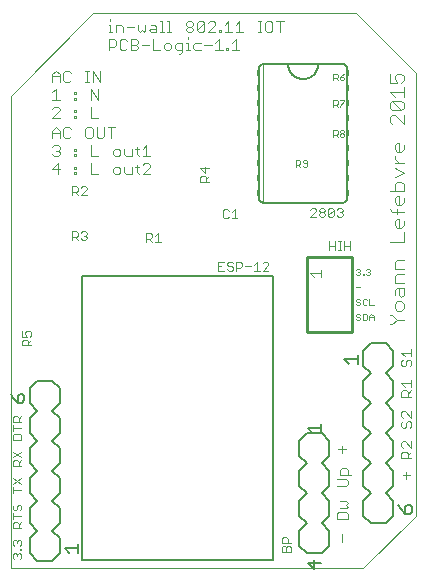
<source format=gto>
G75*
%MOIN*%
%OFA0B0*%
%FSLAX25Y25*%
%IPPOS*%
%LPD*%
%AMOC8*
5,1,8,0,0,1.08239X$1,22.5*
%
%ADD10C,0.00000*%
%ADD11C,0.00300*%
%ADD12C,0.00400*%
%ADD13C,0.00200*%
%ADD14C,0.00600*%
%ADD15C,0.00500*%
%ADD16R,0.00500X0.02000*%
%ADD17C,0.01000*%
D10*
X0002817Y0003271D02*
X0002817Y0160771D01*
X0030317Y0188271D01*
X0117817Y0188271D01*
X0137817Y0168271D01*
X0137817Y0020771D01*
X0120317Y0003271D01*
X0002817Y0003271D01*
D11*
X0003998Y0006367D02*
X0003514Y0006851D01*
X0003514Y0007818D01*
X0003998Y0008302D01*
X0004482Y0008302D01*
X0004965Y0007818D01*
X0005449Y0008302D01*
X0005933Y0008302D01*
X0006417Y0007818D01*
X0006417Y0006851D01*
X0005933Y0006367D01*
X0004965Y0007335D02*
X0004965Y0007818D01*
X0005933Y0009314D02*
X0005933Y0009797D01*
X0006417Y0009797D01*
X0006417Y0009314D01*
X0005933Y0009314D01*
X0005933Y0010787D02*
X0006417Y0011271D01*
X0006417Y0012238D01*
X0005933Y0012722D01*
X0005449Y0012722D01*
X0004965Y0012238D01*
X0004965Y0011754D01*
X0004965Y0012238D02*
X0004482Y0012722D01*
X0003998Y0012722D01*
X0003514Y0012238D01*
X0003514Y0011271D01*
X0003998Y0010787D01*
X0003514Y0016680D02*
X0003514Y0018131D01*
X0003998Y0018615D01*
X0004965Y0018615D01*
X0005449Y0018131D01*
X0005449Y0016680D01*
X0005449Y0017647D02*
X0006417Y0018615D01*
X0006417Y0016680D02*
X0003514Y0016680D01*
X0003514Y0019626D02*
X0003514Y0021561D01*
X0003514Y0020594D02*
X0006417Y0020594D01*
X0005933Y0022573D02*
X0006417Y0023057D01*
X0006417Y0024024D01*
X0005933Y0024508D01*
X0005449Y0024508D01*
X0004965Y0024024D01*
X0004965Y0023057D01*
X0004482Y0022573D01*
X0003998Y0022573D01*
X0003514Y0023057D01*
X0003514Y0024024D01*
X0003998Y0024508D01*
X0003514Y0028466D02*
X0003514Y0030401D01*
X0003514Y0029433D02*
X0006417Y0029433D01*
X0006417Y0031412D02*
X0003514Y0033347D01*
X0003514Y0031412D02*
X0006417Y0033347D01*
X0006417Y0037306D02*
X0003514Y0037306D01*
X0003514Y0038757D01*
X0003998Y0039241D01*
X0004965Y0039241D01*
X0005449Y0038757D01*
X0005449Y0037306D01*
X0005449Y0038273D02*
X0006417Y0039241D01*
X0006417Y0040252D02*
X0003514Y0042187D01*
X0003514Y0040252D02*
X0006417Y0042187D01*
X0006417Y0046145D02*
X0003514Y0046145D01*
X0003514Y0047596D01*
X0003998Y0048080D01*
X0005933Y0048080D01*
X0006417Y0047596D01*
X0006417Y0046145D01*
X0006417Y0050059D02*
X0003514Y0050059D01*
X0003514Y0049092D02*
X0003514Y0051027D01*
X0003514Y0052038D02*
X0003514Y0053489D01*
X0003998Y0053973D01*
X0004965Y0053973D01*
X0005449Y0053489D01*
X0005449Y0052038D01*
X0005449Y0053006D02*
X0006417Y0053973D01*
X0006417Y0052038D02*
X0003514Y0052038D01*
X0006714Y0077528D02*
X0006714Y0078979D01*
X0007198Y0079463D01*
X0008165Y0079463D01*
X0008649Y0078979D01*
X0008649Y0077528D01*
X0008649Y0078495D02*
X0009617Y0079463D01*
X0009133Y0080474D02*
X0009617Y0080958D01*
X0009617Y0081925D01*
X0009133Y0082409D01*
X0008165Y0082409D01*
X0007682Y0081925D01*
X0007682Y0081442D01*
X0008165Y0080474D01*
X0006714Y0080474D01*
X0006714Y0082409D01*
X0006714Y0077528D02*
X0009617Y0077528D01*
X0023324Y0112721D02*
X0023324Y0115623D01*
X0024775Y0115623D01*
X0025259Y0115139D01*
X0025259Y0114172D01*
X0024775Y0113688D01*
X0023324Y0113688D01*
X0024291Y0113688D02*
X0025259Y0112721D01*
X0026270Y0113204D02*
X0026754Y0112721D01*
X0027721Y0112721D01*
X0028205Y0113204D01*
X0028205Y0113688D01*
X0027721Y0114172D01*
X0027238Y0114172D01*
X0027721Y0114172D02*
X0028205Y0114656D01*
X0028205Y0115139D01*
X0027721Y0115623D01*
X0026754Y0115623D01*
X0026270Y0115139D01*
X0026270Y0127721D02*
X0028205Y0129656D01*
X0028205Y0130139D01*
X0027721Y0130623D01*
X0026754Y0130623D01*
X0026270Y0130139D01*
X0025259Y0130139D02*
X0025259Y0129172D01*
X0024775Y0128688D01*
X0023324Y0128688D01*
X0024291Y0128688D02*
X0025259Y0127721D01*
X0026270Y0127721D02*
X0028205Y0127721D01*
X0025259Y0130139D02*
X0024775Y0130623D01*
X0023324Y0130623D01*
X0023324Y0127721D01*
X0024083Y0134671D02*
X0024083Y0135288D01*
X0024700Y0135288D01*
X0024700Y0134671D01*
X0024083Y0134671D01*
X0024083Y0136522D02*
X0024083Y0137139D01*
X0024700Y0137139D01*
X0024700Y0136522D01*
X0024083Y0136522D01*
X0024083Y0140671D02*
X0024083Y0141288D01*
X0024700Y0141288D01*
X0024700Y0140671D01*
X0024083Y0140671D01*
X0024083Y0142522D02*
X0024083Y0143139D01*
X0024700Y0143139D01*
X0024700Y0142522D01*
X0024083Y0142522D01*
X0022251Y0146671D02*
X0021017Y0146671D01*
X0020400Y0147288D01*
X0020400Y0149757D01*
X0021017Y0150374D01*
X0022251Y0150374D01*
X0022869Y0149757D01*
X0022869Y0147288D02*
X0022251Y0146671D01*
X0019185Y0146671D02*
X0019185Y0149139D01*
X0017951Y0150374D01*
X0016717Y0149139D01*
X0016717Y0146671D01*
X0016717Y0148522D02*
X0019185Y0148522D01*
X0018568Y0144374D02*
X0019185Y0143757D01*
X0019185Y0143139D01*
X0018568Y0142522D01*
X0019185Y0141905D01*
X0019185Y0141288D01*
X0018568Y0140671D01*
X0017334Y0140671D01*
X0016717Y0141288D01*
X0017951Y0142522D02*
X0018568Y0142522D01*
X0018568Y0144374D02*
X0017334Y0144374D01*
X0016717Y0143757D01*
X0018568Y0138374D02*
X0016717Y0136522D01*
X0019185Y0136522D01*
X0018568Y0134671D02*
X0018568Y0138374D01*
X0027766Y0147288D02*
X0028383Y0146671D01*
X0029618Y0146671D01*
X0030235Y0147288D01*
X0030235Y0149757D01*
X0029618Y0150374D01*
X0028383Y0150374D01*
X0027766Y0149757D01*
X0027766Y0147288D01*
X0029608Y0144374D02*
X0029608Y0140671D01*
X0032076Y0140671D01*
X0029608Y0138374D02*
X0029608Y0134671D01*
X0032076Y0134671D01*
X0036974Y0135288D02*
X0037591Y0134671D01*
X0038826Y0134671D01*
X0039443Y0135288D01*
X0039443Y0136522D01*
X0038826Y0137139D01*
X0037591Y0137139D01*
X0036974Y0136522D01*
X0036974Y0135288D01*
X0037591Y0140671D02*
X0036974Y0141288D01*
X0036974Y0142522D01*
X0037591Y0143139D01*
X0038826Y0143139D01*
X0039443Y0142522D01*
X0039443Y0141288D01*
X0038826Y0140671D01*
X0037591Y0140671D01*
X0040657Y0141288D02*
X0041274Y0140671D01*
X0043126Y0140671D01*
X0043126Y0143139D01*
X0044340Y0143139D02*
X0045575Y0143139D01*
X0044957Y0143757D02*
X0044957Y0141288D01*
X0045575Y0140671D01*
X0046796Y0140671D02*
X0049264Y0140671D01*
X0048030Y0140671D02*
X0048030Y0144374D01*
X0046796Y0143139D01*
X0047413Y0138374D02*
X0046796Y0137757D01*
X0047413Y0138374D02*
X0048647Y0138374D01*
X0049264Y0137757D01*
X0049264Y0137139D01*
X0046796Y0134671D01*
X0049264Y0134671D01*
X0045575Y0134671D02*
X0044957Y0135288D01*
X0044957Y0137757D01*
X0044340Y0137139D02*
X0045575Y0137139D01*
X0043126Y0137139D02*
X0043126Y0134671D01*
X0041274Y0134671D01*
X0040657Y0135288D01*
X0040657Y0137139D01*
X0040657Y0141288D02*
X0040657Y0143139D01*
X0036367Y0146671D02*
X0036367Y0150374D01*
X0037601Y0150374D02*
X0035132Y0150374D01*
X0033918Y0150374D02*
X0033918Y0147288D01*
X0033301Y0146671D01*
X0032066Y0146671D01*
X0031449Y0147288D01*
X0031449Y0150374D01*
X0032076Y0153421D02*
X0029608Y0153421D01*
X0029608Y0157124D01*
X0029608Y0159421D02*
X0029608Y0163124D01*
X0032076Y0159421D01*
X0032076Y0163124D01*
X0032690Y0165421D02*
X0032690Y0169124D01*
X0030222Y0169124D02*
X0030222Y0165421D01*
X0029000Y0165421D02*
X0027766Y0165421D01*
X0028383Y0165421D02*
X0028383Y0169124D01*
X0027766Y0169124D02*
X0029000Y0169124D01*
X0030222Y0169124D02*
X0032690Y0165421D01*
X0024700Y0161889D02*
X0024700Y0161272D01*
X0024083Y0161272D01*
X0024083Y0161889D01*
X0024700Y0161889D01*
X0024700Y0160038D02*
X0024700Y0159421D01*
X0024083Y0159421D01*
X0024083Y0160038D01*
X0024700Y0160038D01*
X0024700Y0155889D02*
X0024700Y0155272D01*
X0024083Y0155272D01*
X0024083Y0155889D01*
X0024700Y0155889D01*
X0024700Y0154038D02*
X0024700Y0153421D01*
X0024083Y0153421D01*
X0024083Y0154038D01*
X0024700Y0154038D01*
X0019185Y0153421D02*
X0016717Y0153421D01*
X0019185Y0155889D01*
X0019185Y0156507D01*
X0018568Y0157124D01*
X0017334Y0157124D01*
X0016717Y0156507D01*
X0016717Y0159421D02*
X0019185Y0159421D01*
X0017951Y0159421D02*
X0017951Y0163124D01*
X0016717Y0161889D01*
X0016717Y0165421D02*
X0016717Y0167889D01*
X0017951Y0169124D01*
X0019185Y0167889D01*
X0019185Y0165421D01*
X0020400Y0166038D02*
X0020400Y0168507D01*
X0021017Y0169124D01*
X0022251Y0169124D01*
X0022869Y0168507D01*
X0022869Y0166038D02*
X0022251Y0165421D01*
X0021017Y0165421D01*
X0020400Y0166038D01*
X0019185Y0167272D02*
X0016717Y0167272D01*
X0035467Y0175921D02*
X0035467Y0179624D01*
X0037318Y0179624D01*
X0037935Y0179007D01*
X0037935Y0177772D01*
X0037318Y0177155D01*
X0035467Y0177155D01*
X0039150Y0176538D02*
X0039767Y0175921D01*
X0041001Y0175921D01*
X0041619Y0176538D01*
X0042833Y0175921D02*
X0042833Y0179624D01*
X0044685Y0179624D01*
X0045302Y0179007D01*
X0045302Y0178389D01*
X0044685Y0177772D01*
X0042833Y0177772D01*
X0041619Y0179007D02*
X0041001Y0179624D01*
X0039767Y0179624D01*
X0039150Y0179007D01*
X0039150Y0176538D01*
X0042833Y0175921D02*
X0044685Y0175921D01*
X0045302Y0176538D01*
X0045302Y0177155D01*
X0044685Y0177772D01*
X0046516Y0177772D02*
X0048985Y0177772D01*
X0050199Y0175921D02*
X0052668Y0175921D01*
X0053882Y0176538D02*
X0054500Y0175921D01*
X0055734Y0175921D01*
X0056351Y0176538D01*
X0056351Y0177772D01*
X0055734Y0178389D01*
X0054500Y0178389D01*
X0053882Y0177772D01*
X0053882Y0176538D01*
X0050199Y0175921D02*
X0050199Y0179624D01*
X0049589Y0181921D02*
X0048972Y0182538D01*
X0049589Y0183155D01*
X0051440Y0183155D01*
X0051440Y0183772D02*
X0051440Y0181921D01*
X0049589Y0181921D01*
X0047757Y0182538D02*
X0047757Y0184389D01*
X0049589Y0184389D02*
X0050823Y0184389D01*
X0051440Y0183772D01*
X0052655Y0181921D02*
X0053889Y0181921D01*
X0053272Y0181921D02*
X0053272Y0185624D01*
X0052655Y0185624D01*
X0055110Y0185624D02*
X0055727Y0185624D01*
X0055727Y0181921D01*
X0055110Y0181921D02*
X0056344Y0181921D01*
X0058183Y0178389D02*
X0057566Y0177772D01*
X0057566Y0176538D01*
X0058183Y0175921D01*
X0060034Y0175921D01*
X0060034Y0175303D02*
X0060034Y0178389D01*
X0058183Y0178389D01*
X0061249Y0178389D02*
X0061866Y0178389D01*
X0061866Y0175921D01*
X0061249Y0175921D02*
X0062483Y0175921D01*
X0063704Y0176538D02*
X0064321Y0175921D01*
X0066173Y0175921D01*
X0067387Y0177772D02*
X0069856Y0177772D01*
X0071070Y0178389D02*
X0072305Y0179624D01*
X0072305Y0175921D01*
X0073539Y0175921D02*
X0071070Y0175921D01*
X0074754Y0175921D02*
X0075371Y0175921D01*
X0075371Y0176538D01*
X0074754Y0176538D01*
X0074754Y0175921D01*
X0076595Y0175921D02*
X0079064Y0175921D01*
X0077829Y0175921D02*
X0077829Y0179624D01*
X0076595Y0178389D01*
X0076608Y0181921D02*
X0074140Y0181921D01*
X0072915Y0181921D02*
X0072298Y0181921D01*
X0072298Y0182538D01*
X0072915Y0182538D01*
X0072915Y0181921D01*
X0071084Y0181921D02*
X0068615Y0181921D01*
X0071084Y0184389D01*
X0071084Y0185007D01*
X0070467Y0185624D01*
X0069232Y0185624D01*
X0068615Y0185007D01*
X0067401Y0185007D02*
X0067401Y0182538D01*
X0066783Y0181921D01*
X0065549Y0181921D01*
X0064932Y0182538D01*
X0067401Y0185007D01*
X0066783Y0185624D01*
X0065549Y0185624D01*
X0064932Y0185007D01*
X0064932Y0182538D01*
X0063717Y0182538D02*
X0063100Y0181921D01*
X0061866Y0181921D01*
X0061249Y0182538D01*
X0061249Y0183155D01*
X0061866Y0183772D01*
X0063100Y0183772D01*
X0063717Y0183155D01*
X0063717Y0182538D01*
X0063100Y0183772D02*
X0063717Y0184389D01*
X0063717Y0185007D01*
X0063100Y0185624D01*
X0061866Y0185624D01*
X0061249Y0185007D01*
X0061249Y0184389D01*
X0061866Y0183772D01*
X0061866Y0180241D02*
X0061866Y0179624D01*
X0063704Y0177772D02*
X0063704Y0176538D01*
X0063704Y0177772D02*
X0064321Y0178389D01*
X0066173Y0178389D01*
X0060034Y0175303D02*
X0059417Y0174686D01*
X0058800Y0174686D01*
X0047757Y0182538D02*
X0047140Y0181921D01*
X0046523Y0182538D01*
X0045906Y0181921D01*
X0045288Y0182538D01*
X0045288Y0184389D01*
X0044074Y0183772D02*
X0041605Y0183772D01*
X0040391Y0183772D02*
X0040391Y0181921D01*
X0040391Y0183772D02*
X0039774Y0184389D01*
X0037922Y0184389D01*
X0037922Y0181921D01*
X0036701Y0181921D02*
X0035467Y0181921D01*
X0036084Y0181921D02*
X0036084Y0184389D01*
X0035467Y0184389D01*
X0036084Y0185624D02*
X0036084Y0186241D01*
X0067465Y0137052D02*
X0067465Y0135117D01*
X0066014Y0136568D01*
X0068917Y0136568D01*
X0068917Y0134106D02*
X0067949Y0133138D01*
X0067949Y0133622D02*
X0067949Y0132171D01*
X0068917Y0132171D02*
X0066014Y0132171D01*
X0066014Y0133622D01*
X0066498Y0134106D01*
X0067465Y0134106D01*
X0067949Y0133622D01*
X0074025Y0122896D02*
X0073541Y0122412D01*
X0073541Y0120477D01*
X0074025Y0119994D01*
X0074992Y0119994D01*
X0075476Y0120477D01*
X0076487Y0119994D02*
X0078422Y0119994D01*
X0077455Y0119994D02*
X0077455Y0122896D01*
X0076487Y0121929D01*
X0075476Y0122412D02*
X0074992Y0122896D01*
X0074025Y0122896D01*
X0074026Y0105388D02*
X0072091Y0105388D01*
X0072091Y0102486D01*
X0074026Y0102486D01*
X0075037Y0102969D02*
X0075521Y0102486D01*
X0076488Y0102486D01*
X0076972Y0102969D01*
X0076972Y0103453D01*
X0076488Y0103937D01*
X0075521Y0103937D01*
X0075037Y0104421D01*
X0075037Y0104904D01*
X0075521Y0105388D01*
X0076488Y0105388D01*
X0076972Y0104904D01*
X0077984Y0105388D02*
X0079435Y0105388D01*
X0079919Y0104904D01*
X0079919Y0103937D01*
X0079435Y0103453D01*
X0077984Y0103453D01*
X0077984Y0102486D02*
X0077984Y0105388D01*
X0080930Y0103937D02*
X0082865Y0103937D01*
X0083877Y0104421D02*
X0084844Y0105388D01*
X0084844Y0102486D01*
X0083877Y0102486D02*
X0085812Y0102486D01*
X0086823Y0102486D02*
X0088758Y0104421D01*
X0088758Y0104904D01*
X0088274Y0105388D01*
X0087307Y0105388D01*
X0086823Y0104904D01*
X0086823Y0102486D02*
X0088758Y0102486D01*
X0102713Y0101563D02*
X0106417Y0101563D01*
X0106417Y0100329D02*
X0106417Y0102798D01*
X0103948Y0100329D02*
X0102713Y0101563D01*
X0109038Y0109321D02*
X0109038Y0112223D01*
X0109038Y0110772D02*
X0110973Y0110772D01*
X0110973Y0112223D02*
X0110973Y0109321D01*
X0111984Y0109321D02*
X0112952Y0109321D01*
X0112468Y0109321D02*
X0112468Y0112223D01*
X0111984Y0112223D02*
X0112952Y0112223D01*
X0113949Y0112223D02*
X0113949Y0109321D01*
X0113949Y0110772D02*
X0115884Y0110772D01*
X0115884Y0112223D02*
X0115884Y0109321D01*
X0113007Y0120421D02*
X0112040Y0120421D01*
X0111556Y0120904D01*
X0110545Y0120904D02*
X0110061Y0120421D01*
X0109093Y0120421D01*
X0108610Y0120904D01*
X0110545Y0122839D01*
X0110545Y0120904D01*
X0110545Y0122839D02*
X0110061Y0123323D01*
X0109093Y0123323D01*
X0108610Y0122839D01*
X0108610Y0120904D01*
X0107598Y0120904D02*
X0107114Y0120421D01*
X0106147Y0120421D01*
X0105663Y0120904D01*
X0105663Y0121388D01*
X0106147Y0121872D01*
X0107114Y0121872D01*
X0107598Y0121388D01*
X0107598Y0120904D01*
X0107114Y0121872D02*
X0107598Y0122356D01*
X0107598Y0122839D01*
X0107114Y0123323D01*
X0106147Y0123323D01*
X0105663Y0122839D01*
X0105663Y0122356D01*
X0106147Y0121872D01*
X0104652Y0122356D02*
X0104652Y0122839D01*
X0104168Y0123323D01*
X0103200Y0123323D01*
X0102717Y0122839D01*
X0104652Y0122356D02*
X0102717Y0120421D01*
X0104652Y0120421D01*
X0111556Y0122839D02*
X0112040Y0123323D01*
X0113007Y0123323D01*
X0113491Y0122839D01*
X0113491Y0122356D01*
X0113007Y0121872D01*
X0113491Y0121388D01*
X0113491Y0120904D01*
X0113007Y0120421D01*
X0113007Y0121872D02*
X0112524Y0121872D01*
X0136417Y0076229D02*
X0136417Y0073960D01*
X0136417Y0075095D02*
X0133014Y0075095D01*
X0134148Y0073960D01*
X0133581Y0072822D02*
X0133014Y0072255D01*
X0133014Y0071121D01*
X0133581Y0070553D01*
X0134148Y0070553D01*
X0134715Y0071121D01*
X0134715Y0072255D01*
X0135282Y0072822D01*
X0135850Y0072822D01*
X0136417Y0072255D01*
X0136417Y0071121D01*
X0135850Y0070553D01*
X0136417Y0066008D02*
X0136417Y0063740D01*
X0136417Y0064874D02*
X0133014Y0064874D01*
X0134148Y0063740D01*
X0133581Y0062601D02*
X0134715Y0062601D01*
X0135282Y0062034D01*
X0135282Y0060333D01*
X0135282Y0061467D02*
X0136417Y0062601D01*
X0136417Y0060333D02*
X0133014Y0060333D01*
X0133014Y0062034D01*
X0133581Y0062601D01*
X0133581Y0055787D02*
X0133014Y0055220D01*
X0133014Y0054086D01*
X0133581Y0053519D01*
X0133581Y0052381D02*
X0133014Y0051813D01*
X0133014Y0050679D01*
X0133581Y0050112D01*
X0134148Y0050112D01*
X0134715Y0050679D01*
X0134715Y0051813D01*
X0135282Y0052381D01*
X0135850Y0052381D01*
X0136417Y0051813D01*
X0136417Y0050679D01*
X0135850Y0050112D01*
X0136417Y0053519D02*
X0134148Y0055787D01*
X0133581Y0055787D01*
X0136417Y0055787D02*
X0136417Y0053519D01*
X0136417Y0045567D02*
X0136417Y0043298D01*
X0134148Y0045567D01*
X0133581Y0045567D01*
X0133014Y0045000D01*
X0133014Y0043865D01*
X0133581Y0043298D01*
X0133581Y0042160D02*
X0134715Y0042160D01*
X0135282Y0041593D01*
X0135282Y0039891D01*
X0135282Y0041026D02*
X0136417Y0042160D01*
X0136417Y0039891D02*
X0133014Y0039891D01*
X0133014Y0041593D01*
X0133581Y0042160D01*
X0134715Y0035346D02*
X0134715Y0033077D01*
X0133581Y0034212D02*
X0135850Y0034212D01*
X0116401Y0034269D02*
X0112698Y0034269D01*
X0112698Y0036121D01*
X0113315Y0036738D01*
X0114549Y0036738D01*
X0115167Y0036121D01*
X0115167Y0034269D01*
X0114549Y0033055D02*
X0111463Y0033055D01*
X0111463Y0030586D02*
X0114549Y0030586D01*
X0115167Y0031203D01*
X0115167Y0032438D01*
X0114549Y0033055D01*
X0114549Y0025689D02*
X0112698Y0025689D01*
X0114549Y0025689D02*
X0115167Y0025072D01*
X0114549Y0024454D01*
X0115167Y0023837D01*
X0114549Y0023220D01*
X0112698Y0023220D01*
X0112081Y0022006D02*
X0111463Y0021388D01*
X0111463Y0019537D01*
X0115167Y0019537D01*
X0115167Y0021388D01*
X0114549Y0022006D01*
X0112081Y0022006D01*
X0113315Y0014639D02*
X0113315Y0012171D01*
X0096117Y0011724D02*
X0093214Y0011724D01*
X0093214Y0013175D01*
X0093698Y0013659D01*
X0094665Y0013659D01*
X0095149Y0013175D01*
X0095149Y0011724D01*
X0095149Y0010713D02*
X0095633Y0010713D01*
X0096117Y0010229D01*
X0096117Y0008778D01*
X0093214Y0008778D01*
X0093214Y0010229D01*
X0093698Y0010713D01*
X0094182Y0010713D01*
X0094665Y0010229D01*
X0094665Y0008778D01*
X0094665Y0010229D02*
X0095149Y0010713D01*
X0113315Y0041636D02*
X0113315Y0044105D01*
X0112081Y0042870D02*
X0114549Y0042870D01*
X0073058Y0103937D02*
X0072091Y0103937D01*
X0052848Y0112171D02*
X0050913Y0112171D01*
X0051881Y0112171D02*
X0051881Y0115073D01*
X0050913Y0114106D01*
X0049902Y0114589D02*
X0049902Y0113622D01*
X0049418Y0113138D01*
X0047967Y0113138D01*
X0048934Y0113138D02*
X0049902Y0112171D01*
X0047967Y0112171D02*
X0047967Y0115073D01*
X0049418Y0115073D01*
X0049902Y0114589D01*
X0075374Y0181921D02*
X0075374Y0185624D01*
X0074140Y0184389D01*
X0077823Y0184389D02*
X0079057Y0185624D01*
X0079057Y0181921D01*
X0077823Y0181921D02*
X0080292Y0181921D01*
X0085189Y0181921D02*
X0086423Y0181921D01*
X0085806Y0181921D02*
X0085806Y0185624D01*
X0085189Y0185624D02*
X0086423Y0185624D01*
X0087645Y0185007D02*
X0087645Y0182538D01*
X0088262Y0181921D01*
X0089496Y0181921D01*
X0090113Y0182538D01*
X0090113Y0185007D01*
X0089496Y0185624D01*
X0088262Y0185624D01*
X0087645Y0185007D01*
X0091328Y0185624D02*
X0093796Y0185624D01*
X0092562Y0185624D02*
X0092562Y0181921D01*
D12*
X0129263Y0168186D02*
X0129263Y0165116D01*
X0131565Y0165116D01*
X0130797Y0166651D01*
X0130797Y0167418D01*
X0131565Y0168186D01*
X0133099Y0168186D01*
X0133867Y0167418D01*
X0133867Y0165884D01*
X0133099Y0165116D01*
X0133867Y0163582D02*
X0133867Y0160513D01*
X0133867Y0162047D02*
X0129263Y0162047D01*
X0130797Y0160513D01*
X0130030Y0158978D02*
X0133099Y0155909D01*
X0133867Y0156676D01*
X0133867Y0158211D01*
X0133099Y0158978D01*
X0130030Y0158978D01*
X0129263Y0158211D01*
X0129263Y0156676D01*
X0130030Y0155909D01*
X0133099Y0155909D01*
X0133867Y0154374D02*
X0133867Y0151305D01*
X0130797Y0154374D01*
X0130030Y0154374D01*
X0129263Y0153607D01*
X0129263Y0152072D01*
X0130030Y0151305D01*
X0131565Y0145166D02*
X0132332Y0145166D01*
X0132332Y0142097D01*
X0133099Y0142097D02*
X0131565Y0142097D01*
X0130797Y0142864D01*
X0130797Y0144399D01*
X0131565Y0145166D01*
X0133867Y0142864D02*
X0133099Y0142097D01*
X0133867Y0142864D02*
X0133867Y0144399D01*
X0130797Y0140562D02*
X0130797Y0139795D01*
X0132332Y0138260D01*
X0133867Y0138260D02*
X0130797Y0138260D01*
X0130797Y0136726D02*
X0133867Y0135191D01*
X0130797Y0133656D01*
X0131565Y0132122D02*
X0130797Y0131354D01*
X0130797Y0129052D01*
X0129263Y0129052D02*
X0133867Y0129052D01*
X0133867Y0131354D01*
X0133099Y0132122D01*
X0131565Y0132122D01*
X0131565Y0127518D02*
X0132332Y0127518D01*
X0132332Y0124448D01*
X0133099Y0124448D02*
X0131565Y0124448D01*
X0130797Y0125216D01*
X0130797Y0126750D01*
X0131565Y0127518D01*
X0133867Y0125216D02*
X0133099Y0124448D01*
X0133867Y0125216D02*
X0133867Y0126750D01*
X0131565Y0122914D02*
X0131565Y0121379D01*
X0131565Y0119845D02*
X0132332Y0119845D01*
X0132332Y0116775D01*
X0133099Y0116775D02*
X0131565Y0116775D01*
X0130797Y0117543D01*
X0130797Y0119077D01*
X0131565Y0119845D01*
X0130030Y0122147D02*
X0129263Y0122914D01*
X0130030Y0122147D02*
X0133867Y0122147D01*
X0133867Y0119077D02*
X0133867Y0117543D01*
X0133099Y0116775D01*
X0133867Y0115241D02*
X0133867Y0112171D01*
X0129263Y0112171D01*
X0131565Y0106033D02*
X0133867Y0106033D01*
X0133867Y0102963D02*
X0130797Y0102963D01*
X0130797Y0105265D01*
X0131565Y0106033D01*
X0131565Y0101429D02*
X0133867Y0101429D01*
X0133867Y0098360D02*
X0130797Y0098360D01*
X0130797Y0100662D01*
X0131565Y0101429D01*
X0131565Y0096825D02*
X0133867Y0096825D01*
X0133867Y0094523D01*
X0133099Y0093756D01*
X0132332Y0094523D01*
X0132332Y0096825D01*
X0131565Y0096825D02*
X0130797Y0096058D01*
X0130797Y0094523D01*
X0131565Y0092221D02*
X0130797Y0091454D01*
X0130797Y0089919D01*
X0131565Y0089152D01*
X0133099Y0089152D01*
X0133867Y0089919D01*
X0133867Y0091454D01*
X0133099Y0092221D01*
X0131565Y0092221D01*
X0130030Y0087617D02*
X0129263Y0087617D01*
X0130030Y0087617D02*
X0131565Y0086082D01*
X0133867Y0086082D01*
X0131565Y0086082D02*
X0130030Y0084548D01*
X0129263Y0084548D01*
D13*
X0123804Y0085871D02*
X0123804Y0087338D01*
X0123070Y0088072D01*
X0122336Y0087338D01*
X0122336Y0085871D01*
X0121594Y0086238D02*
X0121594Y0087705D01*
X0121227Y0088072D01*
X0120127Y0088072D01*
X0120127Y0085871D01*
X0121227Y0085871D01*
X0121594Y0086238D01*
X0122336Y0086972D02*
X0123804Y0086972D01*
X0123804Y0090871D02*
X0122336Y0090871D01*
X0122336Y0093072D01*
X0121594Y0092705D02*
X0121227Y0093072D01*
X0120494Y0093072D01*
X0120127Y0092705D01*
X0120127Y0091238D01*
X0120494Y0090871D01*
X0121227Y0090871D01*
X0121594Y0091238D01*
X0119385Y0091238D02*
X0119018Y0090871D01*
X0118284Y0090871D01*
X0117917Y0091238D01*
X0118284Y0091972D02*
X0117917Y0092338D01*
X0117917Y0092705D01*
X0118284Y0093072D01*
X0119018Y0093072D01*
X0119385Y0092705D01*
X0119018Y0091972D02*
X0119385Y0091605D01*
X0119385Y0091238D01*
X0119018Y0091972D02*
X0118284Y0091972D01*
X0118284Y0088072D02*
X0117917Y0087705D01*
X0117917Y0087338D01*
X0118284Y0086972D01*
X0119018Y0086972D01*
X0119385Y0086605D01*
X0119385Y0086238D01*
X0119018Y0085871D01*
X0118284Y0085871D01*
X0117917Y0086238D01*
X0118284Y0088072D02*
X0119018Y0088072D01*
X0119385Y0087705D01*
X0119385Y0096972D02*
X0117917Y0096972D01*
X0118284Y0100871D02*
X0117917Y0101238D01*
X0118284Y0100871D02*
X0119018Y0100871D01*
X0119385Y0101238D01*
X0119385Y0101605D01*
X0119018Y0101972D01*
X0118651Y0101972D01*
X0119018Y0101972D02*
X0119385Y0102338D01*
X0119385Y0102705D01*
X0119018Y0103072D01*
X0118284Y0103072D01*
X0117917Y0102705D01*
X0120127Y0101238D02*
X0120494Y0101238D01*
X0120494Y0100871D01*
X0120127Y0100871D01*
X0120127Y0101238D01*
X0121231Y0101238D02*
X0121598Y0100871D01*
X0122332Y0100871D01*
X0122699Y0101238D01*
X0122699Y0101605D01*
X0122332Y0101972D01*
X0121965Y0101972D01*
X0122332Y0101972D02*
X0122699Y0102338D01*
X0122699Y0102705D01*
X0122332Y0103072D01*
X0121598Y0103072D01*
X0121231Y0102705D01*
X0101227Y0137121D02*
X0101594Y0137488D01*
X0101594Y0138955D01*
X0101227Y0139322D01*
X0100494Y0139322D01*
X0100127Y0138955D01*
X0100127Y0138588D01*
X0100494Y0138222D01*
X0101594Y0138222D01*
X0101227Y0137121D02*
X0100494Y0137121D01*
X0100127Y0137488D01*
X0099385Y0137121D02*
X0098651Y0137855D01*
X0099018Y0137855D02*
X0097917Y0137855D01*
X0097917Y0137121D02*
X0097917Y0139322D01*
X0099018Y0139322D01*
X0099385Y0138955D01*
X0099385Y0138222D01*
X0099018Y0137855D01*
X0110417Y0147121D02*
X0110417Y0149322D01*
X0111518Y0149322D01*
X0111885Y0148955D01*
X0111885Y0148222D01*
X0111518Y0147855D01*
X0110417Y0147855D01*
X0111151Y0147855D02*
X0111885Y0147121D01*
X0112627Y0147488D02*
X0112627Y0147855D01*
X0112994Y0148222D01*
X0113727Y0148222D01*
X0114094Y0147855D01*
X0114094Y0147488D01*
X0113727Y0147121D01*
X0112994Y0147121D01*
X0112627Y0147488D01*
X0112994Y0148222D02*
X0112627Y0148588D01*
X0112627Y0148955D01*
X0112994Y0149322D01*
X0113727Y0149322D01*
X0114094Y0148955D01*
X0114094Y0148588D01*
X0113727Y0148222D01*
X0112627Y0157121D02*
X0112627Y0157488D01*
X0114094Y0158955D01*
X0114094Y0159322D01*
X0112627Y0159322D01*
X0111885Y0158955D02*
X0111885Y0158222D01*
X0111518Y0157855D01*
X0110417Y0157855D01*
X0111151Y0157855D02*
X0111885Y0157121D01*
X0110417Y0157121D02*
X0110417Y0159322D01*
X0111518Y0159322D01*
X0111885Y0158955D01*
X0111885Y0165871D02*
X0111151Y0166605D01*
X0111518Y0166605D02*
X0110417Y0166605D01*
X0110417Y0165871D02*
X0110417Y0168072D01*
X0111518Y0168072D01*
X0111885Y0167705D01*
X0111885Y0166972D01*
X0111518Y0166605D01*
X0112627Y0166972D02*
X0113727Y0166972D01*
X0114094Y0166605D01*
X0114094Y0166238D01*
X0113727Y0165871D01*
X0112994Y0165871D01*
X0112627Y0166238D01*
X0112627Y0166972D01*
X0113360Y0167705D01*
X0114094Y0168072D01*
X0087017Y0171271D02*
X0087017Y0125271D01*
D14*
X0087117Y0125171D02*
X0113517Y0125171D01*
X0113593Y0125173D01*
X0113669Y0125179D01*
X0113744Y0125188D01*
X0113819Y0125202D01*
X0113893Y0125219D01*
X0113966Y0125240D01*
X0114038Y0125264D01*
X0114109Y0125293D01*
X0114178Y0125324D01*
X0114245Y0125359D01*
X0114310Y0125398D01*
X0114374Y0125440D01*
X0114435Y0125485D01*
X0114494Y0125533D01*
X0114550Y0125584D01*
X0114604Y0125638D01*
X0114655Y0125694D01*
X0114703Y0125753D01*
X0114748Y0125814D01*
X0114790Y0125878D01*
X0114829Y0125943D01*
X0114864Y0126010D01*
X0114895Y0126079D01*
X0114924Y0126150D01*
X0114948Y0126222D01*
X0114969Y0126295D01*
X0114986Y0126369D01*
X0115000Y0126444D01*
X0115009Y0126519D01*
X0115015Y0126595D01*
X0115017Y0126671D01*
X0115017Y0169871D01*
X0115015Y0169947D01*
X0115009Y0170023D01*
X0115000Y0170098D01*
X0114986Y0170173D01*
X0114969Y0170247D01*
X0114948Y0170320D01*
X0114924Y0170392D01*
X0114895Y0170463D01*
X0114864Y0170532D01*
X0114829Y0170599D01*
X0114790Y0170664D01*
X0114748Y0170728D01*
X0114703Y0170789D01*
X0114655Y0170848D01*
X0114604Y0170904D01*
X0114550Y0170958D01*
X0114494Y0171009D01*
X0114435Y0171057D01*
X0114374Y0171102D01*
X0114310Y0171144D01*
X0114245Y0171183D01*
X0114178Y0171218D01*
X0114109Y0171249D01*
X0114038Y0171278D01*
X0113966Y0171302D01*
X0113893Y0171323D01*
X0113819Y0171340D01*
X0113744Y0171354D01*
X0113669Y0171363D01*
X0113593Y0171369D01*
X0113517Y0171371D01*
X0087117Y0171371D01*
X0087041Y0171369D01*
X0086965Y0171363D01*
X0086890Y0171354D01*
X0086815Y0171340D01*
X0086741Y0171323D01*
X0086668Y0171302D01*
X0086596Y0171278D01*
X0086525Y0171249D01*
X0086456Y0171218D01*
X0086389Y0171183D01*
X0086324Y0171144D01*
X0086260Y0171102D01*
X0086199Y0171057D01*
X0086140Y0171009D01*
X0086084Y0170958D01*
X0086030Y0170904D01*
X0085979Y0170848D01*
X0085931Y0170789D01*
X0085886Y0170728D01*
X0085844Y0170664D01*
X0085805Y0170599D01*
X0085770Y0170532D01*
X0085739Y0170463D01*
X0085710Y0170392D01*
X0085686Y0170320D01*
X0085665Y0170247D01*
X0085648Y0170173D01*
X0085634Y0170098D01*
X0085625Y0170023D01*
X0085619Y0169947D01*
X0085617Y0169871D01*
X0085617Y0126671D01*
X0085619Y0126595D01*
X0085625Y0126519D01*
X0085634Y0126444D01*
X0085648Y0126369D01*
X0085665Y0126295D01*
X0085686Y0126222D01*
X0085710Y0126150D01*
X0085739Y0126079D01*
X0085770Y0126010D01*
X0085805Y0125943D01*
X0085844Y0125878D01*
X0085886Y0125814D01*
X0085931Y0125753D01*
X0085979Y0125694D01*
X0086030Y0125638D01*
X0086084Y0125584D01*
X0086140Y0125533D01*
X0086199Y0125485D01*
X0086260Y0125440D01*
X0086324Y0125398D01*
X0086389Y0125359D01*
X0086456Y0125324D01*
X0086525Y0125293D01*
X0086596Y0125264D01*
X0086668Y0125240D01*
X0086741Y0125219D01*
X0086815Y0125202D01*
X0086890Y0125188D01*
X0086965Y0125179D01*
X0087041Y0125173D01*
X0087117Y0125171D01*
X0095317Y0171371D02*
X0095319Y0171231D01*
X0095325Y0171091D01*
X0095335Y0170951D01*
X0095348Y0170811D01*
X0095366Y0170672D01*
X0095388Y0170533D01*
X0095413Y0170396D01*
X0095442Y0170258D01*
X0095475Y0170122D01*
X0095512Y0169987D01*
X0095553Y0169853D01*
X0095598Y0169720D01*
X0095646Y0169588D01*
X0095698Y0169458D01*
X0095753Y0169329D01*
X0095812Y0169202D01*
X0095875Y0169076D01*
X0095941Y0168952D01*
X0096010Y0168831D01*
X0096083Y0168711D01*
X0096160Y0168593D01*
X0096239Y0168478D01*
X0096322Y0168364D01*
X0096408Y0168254D01*
X0096497Y0168145D01*
X0096589Y0168039D01*
X0096684Y0167936D01*
X0096781Y0167835D01*
X0096882Y0167738D01*
X0096985Y0167643D01*
X0097091Y0167551D01*
X0097200Y0167462D01*
X0097310Y0167376D01*
X0097424Y0167293D01*
X0097539Y0167214D01*
X0097657Y0167137D01*
X0097777Y0167064D01*
X0097898Y0166995D01*
X0098022Y0166929D01*
X0098148Y0166866D01*
X0098275Y0166807D01*
X0098404Y0166752D01*
X0098534Y0166700D01*
X0098666Y0166652D01*
X0098799Y0166607D01*
X0098933Y0166566D01*
X0099068Y0166529D01*
X0099204Y0166496D01*
X0099342Y0166467D01*
X0099479Y0166442D01*
X0099618Y0166420D01*
X0099757Y0166402D01*
X0099897Y0166389D01*
X0100037Y0166379D01*
X0100177Y0166373D01*
X0100317Y0166371D01*
X0100457Y0166373D01*
X0100597Y0166379D01*
X0100737Y0166389D01*
X0100877Y0166402D01*
X0101016Y0166420D01*
X0101155Y0166442D01*
X0101292Y0166467D01*
X0101430Y0166496D01*
X0101566Y0166529D01*
X0101701Y0166566D01*
X0101835Y0166607D01*
X0101968Y0166652D01*
X0102100Y0166700D01*
X0102230Y0166752D01*
X0102359Y0166807D01*
X0102486Y0166866D01*
X0102612Y0166929D01*
X0102736Y0166995D01*
X0102857Y0167064D01*
X0102977Y0167137D01*
X0103095Y0167214D01*
X0103210Y0167293D01*
X0103324Y0167376D01*
X0103434Y0167462D01*
X0103543Y0167551D01*
X0103649Y0167643D01*
X0103752Y0167738D01*
X0103853Y0167835D01*
X0103950Y0167936D01*
X0104045Y0168039D01*
X0104137Y0168145D01*
X0104226Y0168254D01*
X0104312Y0168364D01*
X0104395Y0168478D01*
X0104474Y0168593D01*
X0104551Y0168711D01*
X0104624Y0168831D01*
X0104693Y0168952D01*
X0104759Y0169076D01*
X0104822Y0169202D01*
X0104881Y0169329D01*
X0104936Y0169458D01*
X0104988Y0169588D01*
X0105036Y0169720D01*
X0105081Y0169853D01*
X0105122Y0169987D01*
X0105159Y0170122D01*
X0105192Y0170258D01*
X0105221Y0170396D01*
X0105246Y0170533D01*
X0105268Y0170672D01*
X0105286Y0170811D01*
X0105299Y0170951D01*
X0105309Y0171091D01*
X0105315Y0171231D01*
X0105317Y0171371D01*
X0122817Y0078271D02*
X0120317Y0075771D01*
X0120317Y0070771D01*
X0122817Y0068271D01*
X0120317Y0065771D01*
X0120317Y0060771D01*
X0122817Y0058271D01*
X0120317Y0055771D01*
X0120317Y0050771D01*
X0122817Y0048271D01*
X0120317Y0045771D01*
X0120317Y0040771D01*
X0122817Y0038271D01*
X0120317Y0035771D01*
X0120317Y0030771D01*
X0122817Y0028271D01*
X0120317Y0025771D01*
X0120317Y0020771D01*
X0122817Y0018271D01*
X0127817Y0018271D01*
X0130317Y0020771D01*
X0130317Y0025771D01*
X0127817Y0028271D01*
X0130317Y0030771D01*
X0130317Y0035771D01*
X0127817Y0038271D01*
X0130317Y0040771D01*
X0130317Y0045771D01*
X0127817Y0048271D01*
X0130317Y0050771D01*
X0130317Y0055771D01*
X0127817Y0058271D01*
X0130317Y0060771D01*
X0130317Y0065771D01*
X0127817Y0068271D01*
X0130317Y0070771D01*
X0130317Y0075771D01*
X0127817Y0078271D01*
X0122817Y0078271D01*
X0106567Y0048271D02*
X0101567Y0048271D01*
X0099067Y0045771D01*
X0099067Y0040771D01*
X0101567Y0038271D01*
X0099067Y0035771D01*
X0099067Y0030771D01*
X0101567Y0028271D01*
X0099067Y0025771D01*
X0099067Y0020771D01*
X0101567Y0018271D01*
X0099067Y0015771D01*
X0099067Y0010771D01*
X0101567Y0008271D01*
X0106567Y0008271D01*
X0109067Y0010771D01*
X0109067Y0015771D01*
X0106567Y0018271D01*
X0109067Y0020771D01*
X0109067Y0025771D01*
X0106567Y0028271D01*
X0109067Y0030771D01*
X0109067Y0035771D01*
X0106567Y0038271D01*
X0109067Y0040771D01*
X0109067Y0045771D01*
X0106567Y0048271D01*
X0019167Y0048271D02*
X0016667Y0045771D01*
X0019167Y0043271D01*
X0019167Y0038271D01*
X0016667Y0035771D01*
X0019167Y0033271D01*
X0019167Y0028271D01*
X0016667Y0025771D01*
X0019167Y0023271D01*
X0019167Y0018271D01*
X0016667Y0015771D01*
X0019167Y0013271D01*
X0019167Y0008271D01*
X0016667Y0005771D01*
X0011667Y0005771D01*
X0009167Y0008271D01*
X0009167Y0013271D01*
X0011667Y0015771D01*
X0009167Y0018271D01*
X0009167Y0023271D01*
X0011667Y0025771D01*
X0009167Y0028271D01*
X0009167Y0033271D01*
X0011667Y0035771D01*
X0009167Y0038271D01*
X0009167Y0043271D01*
X0011667Y0045771D01*
X0009167Y0048271D01*
X0009167Y0053271D01*
X0011667Y0055771D01*
X0009167Y0058271D01*
X0009167Y0063271D01*
X0011667Y0065771D01*
X0016667Y0065771D01*
X0019167Y0063271D01*
X0019167Y0058271D01*
X0016667Y0055771D01*
X0019167Y0053271D01*
X0019167Y0048271D01*
D15*
X0007417Y0059271D02*
X0007417Y0060773D01*
X0006666Y0061523D01*
X0005915Y0061523D01*
X0005165Y0060773D01*
X0005165Y0058521D01*
X0006666Y0058521D01*
X0007417Y0059271D01*
X0005165Y0058521D02*
X0003663Y0060022D01*
X0002913Y0061523D01*
X0026537Y0100771D02*
X0026537Y0005889D01*
X0090317Y0005889D01*
X0090317Y0100771D01*
X0026537Y0100771D01*
X0025417Y0011523D02*
X0025417Y0008521D01*
X0025417Y0010022D02*
X0020913Y0010022D01*
X0022414Y0008521D01*
X0101813Y0005169D02*
X0104065Y0002917D01*
X0104065Y0005919D01*
X0106317Y0005169D02*
X0101813Y0005169D01*
X0132813Y0022918D02*
X0134315Y0021417D01*
X0134315Y0023669D01*
X0135065Y0024419D01*
X0135816Y0024419D01*
X0136567Y0023669D01*
X0136567Y0022167D01*
X0135816Y0021417D01*
X0134315Y0021417D01*
X0132813Y0022918D02*
X0132063Y0024419D01*
X0106317Y0048417D02*
X0106317Y0051419D01*
X0106317Y0049918D02*
X0101813Y0049918D01*
X0103314Y0048417D01*
X0115564Y0071417D02*
X0114063Y0072918D01*
X0118567Y0072918D01*
X0118567Y0071417D02*
X0118567Y0074419D01*
D16*
X0115267Y0128271D03*
X0115267Y0133271D03*
X0115267Y0138271D03*
X0115267Y0143271D03*
X0115267Y0148271D03*
X0115267Y0153271D03*
X0115267Y0158271D03*
X0115267Y0163271D03*
X0115267Y0168271D03*
X0085367Y0168271D03*
X0085367Y0163271D03*
X0085367Y0158271D03*
X0085367Y0153271D03*
X0085367Y0148271D03*
X0085367Y0143271D03*
X0085367Y0138271D03*
X0085367Y0133271D03*
X0085367Y0128271D03*
D17*
X0101567Y0107021D02*
X0116567Y0107021D01*
X0116567Y0082021D01*
X0101567Y0082021D01*
X0101567Y0107021D01*
M02*

</source>
